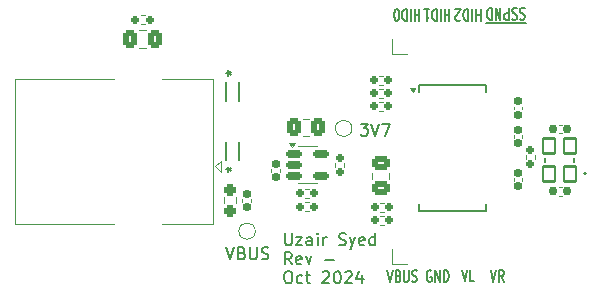
<source format=gto>
%TF.GenerationSoftware,KiCad,Pcbnew,8.0.5*%
%TF.CreationDate,2024-10-10T11:51:51-04:00*%
%TF.ProjectId,dac,6461632e-6b69-4636-9164-5f7063625858,rev?*%
%TF.SameCoordinates,Original*%
%TF.FileFunction,Legend,Top*%
%TF.FilePolarity,Positive*%
%FSLAX46Y46*%
G04 Gerber Fmt 4.6, Leading zero omitted, Abs format (unit mm)*
G04 Created by KiCad (PCBNEW 8.0.5) date 2024-10-10 11:51:51*
%MOMM*%
%LPD*%
G01*
G04 APERTURE LIST*
G04 Aperture macros list*
%AMRoundRect*
0 Rectangle with rounded corners*
0 $1 Rounding radius*
0 $2 $3 $4 $5 $6 $7 $8 $9 X,Y pos of 4 corners*
0 Add a 4 corners polygon primitive as box body*
4,1,4,$2,$3,$4,$5,$6,$7,$8,$9,$2,$3,0*
0 Add four circle primitives for the rounded corners*
1,1,$1+$1,$2,$3*
1,1,$1+$1,$4,$5*
1,1,$1+$1,$6,$7*
1,1,$1+$1,$8,$9*
0 Add four rect primitives between the rounded corners*
20,1,$1+$1,$2,$3,$4,$5,0*
20,1,$1+$1,$4,$5,$6,$7,0*
20,1,$1+$1,$6,$7,$8,$9,0*
20,1,$1+$1,$8,$9,$2,$3,0*%
G04 Aperture macros list end*
%ADD10C,0.153000*%
%ADD11C,0.120000*%
%ADD12C,0.152400*%
%ADD13C,0.150000*%
%ADD14C,0.127000*%
%ADD15C,0.200000*%
%ADD16C,1.000000*%
%ADD17RoundRect,0.160000X-0.197500X-0.160000X0.197500X-0.160000X0.197500X0.160000X-0.197500X0.160000X0*%
%ADD18R,1.700000X1.700000*%
%ADD19O,1.700000X1.700000*%
%ADD20R,0.406400X0.711200*%
%ADD21R,1.750000X0.450000*%
%ADD22RoundRect,0.160000X0.197500X0.160000X-0.197500X0.160000X-0.197500X-0.160000X0.197500X-0.160000X0*%
%ADD23RoundRect,0.250000X-0.475000X0.337500X-0.475000X-0.337500X0.475000X-0.337500X0.475000X0.337500X0*%
%ADD24C,1.700000*%
%ADD25C,3.500000*%
%ADD26RoundRect,0.155000X0.155000X-0.212500X0.155000X0.212500X-0.155000X0.212500X-0.155000X-0.212500X0*%
%ADD27RoundRect,0.155000X-0.155000X0.212500X-0.155000X-0.212500X0.155000X-0.212500X0.155000X0.212500X0*%
%ADD28RoundRect,0.102000X0.525000X0.650000X-0.525000X0.650000X-0.525000X-0.650000X0.525000X-0.650000X0*%
%ADD29RoundRect,0.160000X0.160000X-0.197500X0.160000X0.197500X-0.160000X0.197500X-0.160000X-0.197500X0*%
%ADD30RoundRect,0.160000X-0.160000X0.197500X-0.160000X-0.197500X0.160000X-0.197500X0.160000X0.197500X0*%
%ADD31RoundRect,0.250000X0.337500X0.475000X-0.337500X0.475000X-0.337500X-0.475000X0.337500X-0.475000X0*%
%ADD32RoundRect,0.155000X-0.212500X-0.155000X0.212500X-0.155000X0.212500X0.155000X-0.212500X0.155000X0*%
%ADD33RoundRect,0.250000X-0.337500X-0.475000X0.337500X-0.475000X0.337500X0.475000X-0.337500X0.475000X0*%
%ADD34RoundRect,0.155000X0.212500X0.155000X-0.212500X0.155000X-0.212500X-0.155000X0.212500X-0.155000X0*%
%ADD35RoundRect,0.237500X-0.237500X0.250000X-0.237500X-0.250000X0.237500X-0.250000X0.237500X0.250000X0*%
%ADD36RoundRect,0.150000X-0.512500X-0.150000X0.512500X-0.150000X0.512500X0.150000X-0.512500X0.150000X0*%
G04 APERTURE END LIST*
D10*
X95391914Y-85178863D02*
X96010961Y-85178863D01*
X96010961Y-85178863D02*
X95677628Y-85559815D01*
X95677628Y-85559815D02*
X95820485Y-85559815D01*
X95820485Y-85559815D02*
X95915723Y-85607434D01*
X95915723Y-85607434D02*
X95963342Y-85655053D01*
X95963342Y-85655053D02*
X96010961Y-85750291D01*
X96010961Y-85750291D02*
X96010961Y-85988386D01*
X96010961Y-85988386D02*
X95963342Y-86083624D01*
X95963342Y-86083624D02*
X95915723Y-86131244D01*
X95915723Y-86131244D02*
X95820485Y-86178863D01*
X95820485Y-86178863D02*
X95534771Y-86178863D01*
X95534771Y-86178863D02*
X95439533Y-86131244D01*
X95439533Y-86131244D02*
X95391914Y-86083624D01*
X96296676Y-85178863D02*
X96630009Y-86178863D01*
X96630009Y-86178863D02*
X96963342Y-85178863D01*
X97201438Y-85178863D02*
X97868104Y-85178863D01*
X97868104Y-85178863D02*
X97439533Y-86178863D01*
X84015895Y-95643663D02*
X84349228Y-96643663D01*
X84349228Y-96643663D02*
X84682561Y-95643663D01*
X85349228Y-96119853D02*
X85492085Y-96167472D01*
X85492085Y-96167472D02*
X85539704Y-96215091D01*
X85539704Y-96215091D02*
X85587323Y-96310329D01*
X85587323Y-96310329D02*
X85587323Y-96453186D01*
X85587323Y-96453186D02*
X85539704Y-96548424D01*
X85539704Y-96548424D02*
X85492085Y-96596044D01*
X85492085Y-96596044D02*
X85396847Y-96643663D01*
X85396847Y-96643663D02*
X85015895Y-96643663D01*
X85015895Y-96643663D02*
X85015895Y-95643663D01*
X85015895Y-95643663D02*
X85349228Y-95643663D01*
X85349228Y-95643663D02*
X85444466Y-95691282D01*
X85444466Y-95691282D02*
X85492085Y-95738901D01*
X85492085Y-95738901D02*
X85539704Y-95834139D01*
X85539704Y-95834139D02*
X85539704Y-95929377D01*
X85539704Y-95929377D02*
X85492085Y-96024615D01*
X85492085Y-96024615D02*
X85444466Y-96072234D01*
X85444466Y-96072234D02*
X85349228Y-96119853D01*
X85349228Y-96119853D02*
X85015895Y-96119853D01*
X86015895Y-95643663D02*
X86015895Y-96453186D01*
X86015895Y-96453186D02*
X86063514Y-96548424D01*
X86063514Y-96548424D02*
X86111133Y-96596044D01*
X86111133Y-96596044D02*
X86206371Y-96643663D01*
X86206371Y-96643663D02*
X86396847Y-96643663D01*
X86396847Y-96643663D02*
X86492085Y-96596044D01*
X86492085Y-96596044D02*
X86539704Y-96548424D01*
X86539704Y-96548424D02*
X86587323Y-96453186D01*
X86587323Y-96453186D02*
X86587323Y-95643663D01*
X87015895Y-96596044D02*
X87158752Y-96643663D01*
X87158752Y-96643663D02*
X87396847Y-96643663D01*
X87396847Y-96643663D02*
X87492085Y-96596044D01*
X87492085Y-96596044D02*
X87539704Y-96548424D01*
X87539704Y-96548424D02*
X87587323Y-96453186D01*
X87587323Y-96453186D02*
X87587323Y-96357948D01*
X87587323Y-96357948D02*
X87539704Y-96262710D01*
X87539704Y-96262710D02*
X87492085Y-96215091D01*
X87492085Y-96215091D02*
X87396847Y-96167472D01*
X87396847Y-96167472D02*
X87206371Y-96119853D01*
X87206371Y-96119853D02*
X87111133Y-96072234D01*
X87111133Y-96072234D02*
X87063514Y-96024615D01*
X87063514Y-96024615D02*
X87015895Y-95929377D01*
X87015895Y-95929377D02*
X87015895Y-95834139D01*
X87015895Y-95834139D02*
X87063514Y-95738901D01*
X87063514Y-95738901D02*
X87111133Y-95691282D01*
X87111133Y-95691282D02*
X87206371Y-95643663D01*
X87206371Y-95643663D02*
X87444466Y-95643663D01*
X87444466Y-95643663D02*
X87587323Y-95691282D01*
X105549076Y-75466736D02*
X105549076Y-76466736D01*
X105549076Y-75990546D02*
X105149076Y-75990546D01*
X105149076Y-75466736D02*
X105149076Y-76466736D01*
X104815743Y-75466736D02*
X104815743Y-76466736D01*
X104482410Y-75466736D02*
X104482410Y-76466736D01*
X104482410Y-76466736D02*
X104315743Y-76466736D01*
X104315743Y-76466736D02*
X104215743Y-76419117D01*
X104215743Y-76419117D02*
X104149077Y-76323879D01*
X104149077Y-76323879D02*
X104115743Y-76228641D01*
X104115743Y-76228641D02*
X104082410Y-76038165D01*
X104082410Y-76038165D02*
X104082410Y-75895308D01*
X104082410Y-75895308D02*
X104115743Y-75704832D01*
X104115743Y-75704832D02*
X104149077Y-75609594D01*
X104149077Y-75609594D02*
X104215743Y-75514356D01*
X104215743Y-75514356D02*
X104315743Y-75466736D01*
X104315743Y-75466736D02*
X104482410Y-75466736D01*
X103815743Y-76371498D02*
X103782410Y-76419117D01*
X103782410Y-76419117D02*
X103715743Y-76466736D01*
X103715743Y-76466736D02*
X103549077Y-76466736D01*
X103549077Y-76466736D02*
X103482410Y-76419117D01*
X103482410Y-76419117D02*
X103449077Y-76371498D01*
X103449077Y-76371498D02*
X103415743Y-76276260D01*
X103415743Y-76276260D02*
X103415743Y-76181022D01*
X103415743Y-76181022D02*
X103449077Y-76038165D01*
X103449077Y-76038165D02*
X103849077Y-75466736D01*
X103849077Y-75466736D02*
X103415743Y-75466736D01*
X109290809Y-75412756D02*
X109190809Y-75365136D01*
X109190809Y-75365136D02*
X109024143Y-75365136D01*
X109024143Y-75365136D02*
X108957476Y-75412756D01*
X108957476Y-75412756D02*
X108924143Y-75460375D01*
X108924143Y-75460375D02*
X108890809Y-75555613D01*
X108890809Y-75555613D02*
X108890809Y-75650851D01*
X108890809Y-75650851D02*
X108924143Y-75746089D01*
X108924143Y-75746089D02*
X108957476Y-75793708D01*
X108957476Y-75793708D02*
X109024143Y-75841327D01*
X109024143Y-75841327D02*
X109157476Y-75888946D01*
X109157476Y-75888946D02*
X109224143Y-75936565D01*
X109224143Y-75936565D02*
X109257476Y-75984184D01*
X109257476Y-75984184D02*
X109290809Y-76079422D01*
X109290809Y-76079422D02*
X109290809Y-76174660D01*
X109290809Y-76174660D02*
X109257476Y-76269898D01*
X109257476Y-76269898D02*
X109224143Y-76317517D01*
X109224143Y-76317517D02*
X109157476Y-76365136D01*
X109157476Y-76365136D02*
X108990809Y-76365136D01*
X108990809Y-76365136D02*
X108890809Y-76317517D01*
X108624142Y-75412756D02*
X108524142Y-75365136D01*
X108524142Y-75365136D02*
X108357476Y-75365136D01*
X108357476Y-75365136D02*
X108290809Y-75412756D01*
X108290809Y-75412756D02*
X108257476Y-75460375D01*
X108257476Y-75460375D02*
X108224142Y-75555613D01*
X108224142Y-75555613D02*
X108224142Y-75650851D01*
X108224142Y-75650851D02*
X108257476Y-75746089D01*
X108257476Y-75746089D02*
X108290809Y-75793708D01*
X108290809Y-75793708D02*
X108357476Y-75841327D01*
X108357476Y-75841327D02*
X108490809Y-75888946D01*
X108490809Y-75888946D02*
X108557476Y-75936565D01*
X108557476Y-75936565D02*
X108590809Y-75984184D01*
X108590809Y-75984184D02*
X108624142Y-76079422D01*
X108624142Y-76079422D02*
X108624142Y-76174660D01*
X108624142Y-76174660D02*
X108590809Y-76269898D01*
X108590809Y-76269898D02*
X108557476Y-76317517D01*
X108557476Y-76317517D02*
X108490809Y-76365136D01*
X108490809Y-76365136D02*
X108324142Y-76365136D01*
X108324142Y-76365136D02*
X108224142Y-76317517D01*
X107924142Y-75365136D02*
X107924142Y-76365136D01*
X107924142Y-76365136D02*
X107657475Y-76365136D01*
X107657475Y-76365136D02*
X107590809Y-76317517D01*
X107590809Y-76317517D02*
X107557475Y-76269898D01*
X107557475Y-76269898D02*
X107524142Y-76174660D01*
X107524142Y-76174660D02*
X107524142Y-76031803D01*
X107524142Y-76031803D02*
X107557475Y-75936565D01*
X107557475Y-75936565D02*
X107590809Y-75888946D01*
X107590809Y-75888946D02*
X107657475Y-75841327D01*
X107657475Y-75841327D02*
X107924142Y-75841327D01*
X107224142Y-75365136D02*
X107224142Y-76365136D01*
X107224142Y-76365136D02*
X106824142Y-75365136D01*
X106824142Y-75365136D02*
X106824142Y-76365136D01*
X106490809Y-75365136D02*
X106490809Y-76365136D01*
X106490809Y-76365136D02*
X106324142Y-76365136D01*
X106324142Y-76365136D02*
X106224142Y-76317517D01*
X106224142Y-76317517D02*
X106157476Y-76222279D01*
X106157476Y-76222279D02*
X106124142Y-76127041D01*
X106124142Y-76127041D02*
X106090809Y-75936565D01*
X106090809Y-75936565D02*
X106090809Y-75793708D01*
X106090809Y-75793708D02*
X106124142Y-75603232D01*
X106124142Y-75603232D02*
X106157476Y-75507994D01*
X106157476Y-75507994D02*
X106224142Y-75412756D01*
X106224142Y-75412756D02*
X106324142Y-75365136D01*
X106324142Y-75365136D02*
X106490809Y-75365136D01*
X109354143Y-76642756D02*
X106027476Y-76642756D01*
X100367476Y-75466736D02*
X100367476Y-76466736D01*
X100367476Y-75990546D02*
X99967476Y-75990546D01*
X99967476Y-75466736D02*
X99967476Y-76466736D01*
X99634143Y-75466736D02*
X99634143Y-76466736D01*
X99300810Y-75466736D02*
X99300810Y-76466736D01*
X99300810Y-76466736D02*
X99134143Y-76466736D01*
X99134143Y-76466736D02*
X99034143Y-76419117D01*
X99034143Y-76419117D02*
X98967477Y-76323879D01*
X98967477Y-76323879D02*
X98934143Y-76228641D01*
X98934143Y-76228641D02*
X98900810Y-76038165D01*
X98900810Y-76038165D02*
X98900810Y-75895308D01*
X98900810Y-75895308D02*
X98934143Y-75704832D01*
X98934143Y-75704832D02*
X98967477Y-75609594D01*
X98967477Y-75609594D02*
X99034143Y-75514356D01*
X99034143Y-75514356D02*
X99134143Y-75466736D01*
X99134143Y-75466736D02*
X99300810Y-75466736D01*
X98467477Y-76466736D02*
X98400810Y-76466736D01*
X98400810Y-76466736D02*
X98334143Y-76419117D01*
X98334143Y-76419117D02*
X98300810Y-76371498D01*
X98300810Y-76371498D02*
X98267477Y-76276260D01*
X98267477Y-76276260D02*
X98234143Y-76085784D01*
X98234143Y-76085784D02*
X98234143Y-75847689D01*
X98234143Y-75847689D02*
X98267477Y-75657213D01*
X98267477Y-75657213D02*
X98300810Y-75561975D01*
X98300810Y-75561975D02*
X98334143Y-75514356D01*
X98334143Y-75514356D02*
X98400810Y-75466736D01*
X98400810Y-75466736D02*
X98467477Y-75466736D01*
X98467477Y-75466736D02*
X98534143Y-75514356D01*
X98534143Y-75514356D02*
X98567477Y-75561975D01*
X98567477Y-75561975D02*
X98600810Y-75657213D01*
X98600810Y-75657213D02*
X98634143Y-75847689D01*
X98634143Y-75847689D02*
X98634143Y-76085784D01*
X98634143Y-76085784D02*
X98600810Y-76276260D01*
X98600810Y-76276260D02*
X98567477Y-76371498D01*
X98567477Y-76371498D02*
X98534143Y-76419117D01*
X98534143Y-76419117D02*
X98467477Y-76466736D01*
X101370390Y-97621682D02*
X101303723Y-97574063D01*
X101303723Y-97574063D02*
X101203723Y-97574063D01*
X101203723Y-97574063D02*
X101103723Y-97621682D01*
X101103723Y-97621682D02*
X101037057Y-97716920D01*
X101037057Y-97716920D02*
X101003723Y-97812158D01*
X101003723Y-97812158D02*
X100970390Y-98002634D01*
X100970390Y-98002634D02*
X100970390Y-98145491D01*
X100970390Y-98145491D02*
X101003723Y-98335967D01*
X101003723Y-98335967D02*
X101037057Y-98431205D01*
X101037057Y-98431205D02*
X101103723Y-98526444D01*
X101103723Y-98526444D02*
X101203723Y-98574063D01*
X101203723Y-98574063D02*
X101270390Y-98574063D01*
X101270390Y-98574063D02*
X101370390Y-98526444D01*
X101370390Y-98526444D02*
X101403723Y-98478824D01*
X101403723Y-98478824D02*
X101403723Y-98145491D01*
X101403723Y-98145491D02*
X101270390Y-98145491D01*
X101703723Y-98574063D02*
X101703723Y-97574063D01*
X101703723Y-97574063D02*
X102103723Y-98574063D01*
X102103723Y-98574063D02*
X102103723Y-97574063D01*
X102437056Y-98574063D02*
X102437056Y-97574063D01*
X102437056Y-97574063D02*
X102603723Y-97574063D01*
X102603723Y-97574063D02*
X102703723Y-97621682D01*
X102703723Y-97621682D02*
X102770390Y-97716920D01*
X102770390Y-97716920D02*
X102803723Y-97812158D01*
X102803723Y-97812158D02*
X102837056Y-98002634D01*
X102837056Y-98002634D02*
X102837056Y-98145491D01*
X102837056Y-98145491D02*
X102803723Y-98335967D01*
X102803723Y-98335967D02*
X102770390Y-98431205D01*
X102770390Y-98431205D02*
X102703723Y-98526444D01*
X102703723Y-98526444D02*
X102603723Y-98574063D01*
X102603723Y-98574063D02*
X102437056Y-98574063D01*
X88984752Y-94455775D02*
X88984752Y-95265298D01*
X88984752Y-95265298D02*
X89032371Y-95360536D01*
X89032371Y-95360536D02*
X89079990Y-95408156D01*
X89079990Y-95408156D02*
X89175228Y-95455775D01*
X89175228Y-95455775D02*
X89365704Y-95455775D01*
X89365704Y-95455775D02*
X89460942Y-95408156D01*
X89460942Y-95408156D02*
X89508561Y-95360536D01*
X89508561Y-95360536D02*
X89556180Y-95265298D01*
X89556180Y-95265298D02*
X89556180Y-94455775D01*
X89937133Y-94789108D02*
X90460942Y-94789108D01*
X90460942Y-94789108D02*
X89937133Y-95455775D01*
X89937133Y-95455775D02*
X90460942Y-95455775D01*
X91270466Y-95455775D02*
X91270466Y-94931965D01*
X91270466Y-94931965D02*
X91222847Y-94836727D01*
X91222847Y-94836727D02*
X91127609Y-94789108D01*
X91127609Y-94789108D02*
X90937133Y-94789108D01*
X90937133Y-94789108D02*
X90841895Y-94836727D01*
X91270466Y-95408156D02*
X91175228Y-95455775D01*
X91175228Y-95455775D02*
X90937133Y-95455775D01*
X90937133Y-95455775D02*
X90841895Y-95408156D01*
X90841895Y-95408156D02*
X90794276Y-95312917D01*
X90794276Y-95312917D02*
X90794276Y-95217679D01*
X90794276Y-95217679D02*
X90841895Y-95122441D01*
X90841895Y-95122441D02*
X90937133Y-95074822D01*
X90937133Y-95074822D02*
X91175228Y-95074822D01*
X91175228Y-95074822D02*
X91270466Y-95027203D01*
X91746657Y-95455775D02*
X91746657Y-94789108D01*
X91746657Y-94455775D02*
X91699038Y-94503394D01*
X91699038Y-94503394D02*
X91746657Y-94551013D01*
X91746657Y-94551013D02*
X91794276Y-94503394D01*
X91794276Y-94503394D02*
X91746657Y-94455775D01*
X91746657Y-94455775D02*
X91746657Y-94551013D01*
X92222847Y-95455775D02*
X92222847Y-94789108D01*
X92222847Y-94979584D02*
X92270466Y-94884346D01*
X92270466Y-94884346D02*
X92318085Y-94836727D01*
X92318085Y-94836727D02*
X92413323Y-94789108D01*
X92413323Y-94789108D02*
X92508561Y-94789108D01*
X93556181Y-95408156D02*
X93699038Y-95455775D01*
X93699038Y-95455775D02*
X93937133Y-95455775D01*
X93937133Y-95455775D02*
X94032371Y-95408156D01*
X94032371Y-95408156D02*
X94079990Y-95360536D01*
X94079990Y-95360536D02*
X94127609Y-95265298D01*
X94127609Y-95265298D02*
X94127609Y-95170060D01*
X94127609Y-95170060D02*
X94079990Y-95074822D01*
X94079990Y-95074822D02*
X94032371Y-95027203D01*
X94032371Y-95027203D02*
X93937133Y-94979584D01*
X93937133Y-94979584D02*
X93746657Y-94931965D01*
X93746657Y-94931965D02*
X93651419Y-94884346D01*
X93651419Y-94884346D02*
X93603800Y-94836727D01*
X93603800Y-94836727D02*
X93556181Y-94741489D01*
X93556181Y-94741489D02*
X93556181Y-94646251D01*
X93556181Y-94646251D02*
X93603800Y-94551013D01*
X93603800Y-94551013D02*
X93651419Y-94503394D01*
X93651419Y-94503394D02*
X93746657Y-94455775D01*
X93746657Y-94455775D02*
X93984752Y-94455775D01*
X93984752Y-94455775D02*
X94127609Y-94503394D01*
X94460943Y-94789108D02*
X94699038Y-95455775D01*
X94937133Y-94789108D02*
X94699038Y-95455775D01*
X94699038Y-95455775D02*
X94603800Y-95693870D01*
X94603800Y-95693870D02*
X94556181Y-95741489D01*
X94556181Y-95741489D02*
X94460943Y-95789108D01*
X95699038Y-95408156D02*
X95603800Y-95455775D01*
X95603800Y-95455775D02*
X95413324Y-95455775D01*
X95413324Y-95455775D02*
X95318086Y-95408156D01*
X95318086Y-95408156D02*
X95270467Y-95312917D01*
X95270467Y-95312917D02*
X95270467Y-94931965D01*
X95270467Y-94931965D02*
X95318086Y-94836727D01*
X95318086Y-94836727D02*
X95413324Y-94789108D01*
X95413324Y-94789108D02*
X95603800Y-94789108D01*
X95603800Y-94789108D02*
X95699038Y-94836727D01*
X95699038Y-94836727D02*
X95746657Y-94931965D01*
X95746657Y-94931965D02*
X95746657Y-95027203D01*
X95746657Y-95027203D02*
X95270467Y-95122441D01*
X96603800Y-95455775D02*
X96603800Y-94455775D01*
X96603800Y-95408156D02*
X96508562Y-95455775D01*
X96508562Y-95455775D02*
X96318086Y-95455775D01*
X96318086Y-95455775D02*
X96222848Y-95408156D01*
X96222848Y-95408156D02*
X96175229Y-95360536D01*
X96175229Y-95360536D02*
X96127610Y-95265298D01*
X96127610Y-95265298D02*
X96127610Y-94979584D01*
X96127610Y-94979584D02*
X96175229Y-94884346D01*
X96175229Y-94884346D02*
X96222848Y-94836727D01*
X96222848Y-94836727D02*
X96318086Y-94789108D01*
X96318086Y-94789108D02*
X96508562Y-94789108D01*
X96508562Y-94789108D02*
X96603800Y-94836727D01*
X89556180Y-97065719D02*
X89222847Y-96589528D01*
X88984752Y-97065719D02*
X88984752Y-96065719D01*
X88984752Y-96065719D02*
X89365704Y-96065719D01*
X89365704Y-96065719D02*
X89460942Y-96113338D01*
X89460942Y-96113338D02*
X89508561Y-96160957D01*
X89508561Y-96160957D02*
X89556180Y-96256195D01*
X89556180Y-96256195D02*
X89556180Y-96399052D01*
X89556180Y-96399052D02*
X89508561Y-96494290D01*
X89508561Y-96494290D02*
X89460942Y-96541909D01*
X89460942Y-96541909D02*
X89365704Y-96589528D01*
X89365704Y-96589528D02*
X88984752Y-96589528D01*
X90365704Y-97018100D02*
X90270466Y-97065719D01*
X90270466Y-97065719D02*
X90079990Y-97065719D01*
X90079990Y-97065719D02*
X89984752Y-97018100D01*
X89984752Y-97018100D02*
X89937133Y-96922861D01*
X89937133Y-96922861D02*
X89937133Y-96541909D01*
X89937133Y-96541909D02*
X89984752Y-96446671D01*
X89984752Y-96446671D02*
X90079990Y-96399052D01*
X90079990Y-96399052D02*
X90270466Y-96399052D01*
X90270466Y-96399052D02*
X90365704Y-96446671D01*
X90365704Y-96446671D02*
X90413323Y-96541909D01*
X90413323Y-96541909D02*
X90413323Y-96637147D01*
X90413323Y-96637147D02*
X89937133Y-96732385D01*
X90746657Y-96399052D02*
X90984752Y-97065719D01*
X90984752Y-97065719D02*
X91222847Y-96399052D01*
X92365705Y-96684766D02*
X93127610Y-96684766D01*
X89175228Y-97675663D02*
X89365704Y-97675663D01*
X89365704Y-97675663D02*
X89460942Y-97723282D01*
X89460942Y-97723282D02*
X89556180Y-97818520D01*
X89556180Y-97818520D02*
X89603799Y-98008996D01*
X89603799Y-98008996D02*
X89603799Y-98342329D01*
X89603799Y-98342329D02*
X89556180Y-98532805D01*
X89556180Y-98532805D02*
X89460942Y-98628044D01*
X89460942Y-98628044D02*
X89365704Y-98675663D01*
X89365704Y-98675663D02*
X89175228Y-98675663D01*
X89175228Y-98675663D02*
X89079990Y-98628044D01*
X89079990Y-98628044D02*
X88984752Y-98532805D01*
X88984752Y-98532805D02*
X88937133Y-98342329D01*
X88937133Y-98342329D02*
X88937133Y-98008996D01*
X88937133Y-98008996D02*
X88984752Y-97818520D01*
X88984752Y-97818520D02*
X89079990Y-97723282D01*
X89079990Y-97723282D02*
X89175228Y-97675663D01*
X90460942Y-98628044D02*
X90365704Y-98675663D01*
X90365704Y-98675663D02*
X90175228Y-98675663D01*
X90175228Y-98675663D02*
X90079990Y-98628044D01*
X90079990Y-98628044D02*
X90032371Y-98580424D01*
X90032371Y-98580424D02*
X89984752Y-98485186D01*
X89984752Y-98485186D02*
X89984752Y-98199472D01*
X89984752Y-98199472D02*
X90032371Y-98104234D01*
X90032371Y-98104234D02*
X90079990Y-98056615D01*
X90079990Y-98056615D02*
X90175228Y-98008996D01*
X90175228Y-98008996D02*
X90365704Y-98008996D01*
X90365704Y-98008996D02*
X90460942Y-98056615D01*
X90746657Y-98008996D02*
X91127609Y-98008996D01*
X90889514Y-97675663D02*
X90889514Y-98532805D01*
X90889514Y-98532805D02*
X90937133Y-98628044D01*
X90937133Y-98628044D02*
X91032371Y-98675663D01*
X91032371Y-98675663D02*
X91127609Y-98675663D01*
X92175229Y-97770901D02*
X92222848Y-97723282D01*
X92222848Y-97723282D02*
X92318086Y-97675663D01*
X92318086Y-97675663D02*
X92556181Y-97675663D01*
X92556181Y-97675663D02*
X92651419Y-97723282D01*
X92651419Y-97723282D02*
X92699038Y-97770901D01*
X92699038Y-97770901D02*
X92746657Y-97866139D01*
X92746657Y-97866139D02*
X92746657Y-97961377D01*
X92746657Y-97961377D02*
X92699038Y-98104234D01*
X92699038Y-98104234D02*
X92127610Y-98675663D01*
X92127610Y-98675663D02*
X92746657Y-98675663D01*
X93365705Y-97675663D02*
X93460943Y-97675663D01*
X93460943Y-97675663D02*
X93556181Y-97723282D01*
X93556181Y-97723282D02*
X93603800Y-97770901D01*
X93603800Y-97770901D02*
X93651419Y-97866139D01*
X93651419Y-97866139D02*
X93699038Y-98056615D01*
X93699038Y-98056615D02*
X93699038Y-98294710D01*
X93699038Y-98294710D02*
X93651419Y-98485186D01*
X93651419Y-98485186D02*
X93603800Y-98580424D01*
X93603800Y-98580424D02*
X93556181Y-98628044D01*
X93556181Y-98628044D02*
X93460943Y-98675663D01*
X93460943Y-98675663D02*
X93365705Y-98675663D01*
X93365705Y-98675663D02*
X93270467Y-98628044D01*
X93270467Y-98628044D02*
X93222848Y-98580424D01*
X93222848Y-98580424D02*
X93175229Y-98485186D01*
X93175229Y-98485186D02*
X93127610Y-98294710D01*
X93127610Y-98294710D02*
X93127610Y-98056615D01*
X93127610Y-98056615D02*
X93175229Y-97866139D01*
X93175229Y-97866139D02*
X93222848Y-97770901D01*
X93222848Y-97770901D02*
X93270467Y-97723282D01*
X93270467Y-97723282D02*
X93365705Y-97675663D01*
X94079991Y-97770901D02*
X94127610Y-97723282D01*
X94127610Y-97723282D02*
X94222848Y-97675663D01*
X94222848Y-97675663D02*
X94460943Y-97675663D01*
X94460943Y-97675663D02*
X94556181Y-97723282D01*
X94556181Y-97723282D02*
X94603800Y-97770901D01*
X94603800Y-97770901D02*
X94651419Y-97866139D01*
X94651419Y-97866139D02*
X94651419Y-97961377D01*
X94651419Y-97961377D02*
X94603800Y-98104234D01*
X94603800Y-98104234D02*
X94032372Y-98675663D01*
X94032372Y-98675663D02*
X94651419Y-98675663D01*
X95508562Y-98008996D02*
X95508562Y-98675663D01*
X95270467Y-97628044D02*
X95032372Y-98342329D01*
X95032372Y-98342329D02*
X95651419Y-98342329D01*
X103951723Y-97523263D02*
X104185057Y-98523263D01*
X104185057Y-98523263D02*
X104418390Y-97523263D01*
X104985057Y-98523263D02*
X104651723Y-98523263D01*
X104651723Y-98523263D02*
X104651723Y-97523263D01*
X102907476Y-75466736D02*
X102907476Y-76466736D01*
X102907476Y-75990546D02*
X102507476Y-75990546D01*
X102507476Y-75466736D02*
X102507476Y-76466736D01*
X102174143Y-75466736D02*
X102174143Y-76466736D01*
X101840810Y-75466736D02*
X101840810Y-76466736D01*
X101840810Y-76466736D02*
X101674143Y-76466736D01*
X101674143Y-76466736D02*
X101574143Y-76419117D01*
X101574143Y-76419117D02*
X101507477Y-76323879D01*
X101507477Y-76323879D02*
X101474143Y-76228641D01*
X101474143Y-76228641D02*
X101440810Y-76038165D01*
X101440810Y-76038165D02*
X101440810Y-75895308D01*
X101440810Y-75895308D02*
X101474143Y-75704832D01*
X101474143Y-75704832D02*
X101507477Y-75609594D01*
X101507477Y-75609594D02*
X101574143Y-75514356D01*
X101574143Y-75514356D02*
X101674143Y-75466736D01*
X101674143Y-75466736D02*
X101840810Y-75466736D01*
X100774143Y-75466736D02*
X101174143Y-75466736D01*
X100974143Y-75466736D02*
X100974143Y-76466736D01*
X100974143Y-76466736D02*
X101040810Y-76323879D01*
X101040810Y-76323879D02*
X101107477Y-76228641D01*
X101107477Y-76228641D02*
X101174143Y-76181022D01*
X106390123Y-97574063D02*
X106623457Y-98574063D01*
X106623457Y-98574063D02*
X106856790Y-97574063D01*
X107490123Y-98574063D02*
X107256790Y-98097872D01*
X107090123Y-98574063D02*
X107090123Y-97574063D01*
X107090123Y-97574063D02*
X107356790Y-97574063D01*
X107356790Y-97574063D02*
X107423457Y-97621682D01*
X107423457Y-97621682D02*
X107456790Y-97669301D01*
X107456790Y-97669301D02*
X107490123Y-97764539D01*
X107490123Y-97764539D02*
X107490123Y-97907396D01*
X107490123Y-97907396D02*
X107456790Y-98002634D01*
X107456790Y-98002634D02*
X107423457Y-98050253D01*
X107423457Y-98050253D02*
X107356790Y-98097872D01*
X107356790Y-98097872D02*
X107090123Y-98097872D01*
X97652523Y-97574063D02*
X97885857Y-98574063D01*
X97885857Y-98574063D02*
X98119190Y-97574063D01*
X98585857Y-98050253D02*
X98685857Y-98097872D01*
X98685857Y-98097872D02*
X98719190Y-98145491D01*
X98719190Y-98145491D02*
X98752523Y-98240729D01*
X98752523Y-98240729D02*
X98752523Y-98383586D01*
X98752523Y-98383586D02*
X98719190Y-98478824D01*
X98719190Y-98478824D02*
X98685857Y-98526444D01*
X98685857Y-98526444D02*
X98619190Y-98574063D01*
X98619190Y-98574063D02*
X98352523Y-98574063D01*
X98352523Y-98574063D02*
X98352523Y-97574063D01*
X98352523Y-97574063D02*
X98585857Y-97574063D01*
X98585857Y-97574063D02*
X98652523Y-97621682D01*
X98652523Y-97621682D02*
X98685857Y-97669301D01*
X98685857Y-97669301D02*
X98719190Y-97764539D01*
X98719190Y-97764539D02*
X98719190Y-97859777D01*
X98719190Y-97859777D02*
X98685857Y-97955015D01*
X98685857Y-97955015D02*
X98652523Y-98002634D01*
X98652523Y-98002634D02*
X98585857Y-98050253D01*
X98585857Y-98050253D02*
X98352523Y-98050253D01*
X99052523Y-97574063D02*
X99052523Y-98383586D01*
X99052523Y-98383586D02*
X99085857Y-98478824D01*
X99085857Y-98478824D02*
X99119190Y-98526444D01*
X99119190Y-98526444D02*
X99185857Y-98574063D01*
X99185857Y-98574063D02*
X99319190Y-98574063D01*
X99319190Y-98574063D02*
X99385857Y-98526444D01*
X99385857Y-98526444D02*
X99419190Y-98478824D01*
X99419190Y-98478824D02*
X99452523Y-98383586D01*
X99452523Y-98383586D02*
X99452523Y-97574063D01*
X99752523Y-98526444D02*
X99852523Y-98574063D01*
X99852523Y-98574063D02*
X100019190Y-98574063D01*
X100019190Y-98574063D02*
X100085856Y-98526444D01*
X100085856Y-98526444D02*
X100119190Y-98478824D01*
X100119190Y-98478824D02*
X100152523Y-98383586D01*
X100152523Y-98383586D02*
X100152523Y-98288348D01*
X100152523Y-98288348D02*
X100119190Y-98193110D01*
X100119190Y-98193110D02*
X100085856Y-98145491D01*
X100085856Y-98145491D02*
X100019190Y-98097872D01*
X100019190Y-98097872D02*
X99885856Y-98050253D01*
X99885856Y-98050253D02*
X99819190Y-98002634D01*
X99819190Y-98002634D02*
X99785856Y-97955015D01*
X99785856Y-97955015D02*
X99752523Y-97859777D01*
X99752523Y-97859777D02*
X99752523Y-97764539D01*
X99752523Y-97764539D02*
X99785856Y-97669301D01*
X99785856Y-97669301D02*
X99819190Y-97621682D01*
X99819190Y-97621682D02*
X99885856Y-97574063D01*
X99885856Y-97574063D02*
X100052523Y-97574063D01*
X100052523Y-97574063D02*
X100152523Y-97621682D01*
X83977963Y-89036799D02*
X84216058Y-89036799D01*
X84120820Y-89274894D02*
X84216058Y-89036799D01*
X84216058Y-89036799D02*
X84120820Y-88798704D01*
X84406534Y-89179656D02*
X84216058Y-89036799D01*
X84216058Y-89036799D02*
X84406534Y-88893942D01*
X83978063Y-80903199D02*
X84216158Y-80903199D01*
X84120920Y-81141294D02*
X84216158Y-80903199D01*
X84216158Y-80903199D02*
X84120920Y-80665104D01*
X84406634Y-81046056D02*
X84216158Y-80903199D01*
X84216158Y-80903199D02*
X84406634Y-80760342D01*
D11*
%TO.C,TP2*%
X86475000Y-94275000D02*
G75*
G02*
X85075000Y-94275000I-700000J0D01*
G01*
X85075000Y-94275000D02*
G75*
G02*
X86475000Y-94275000I700000J0D01*
G01*
%TO.C,R2*%
X96967379Y-83325000D02*
X97302621Y-83325000D01*
X96967379Y-84085000D02*
X97302621Y-84085000D01*
%TO.C,J2*%
X98015000Y-97075000D02*
X98015000Y-95745000D01*
X99345000Y-97075000D02*
X98015000Y-97075000D01*
D12*
%TO.C,D1*%
X83977200Y-86725400D02*
X83977200Y-88274800D01*
X85069400Y-88274800D02*
X85069400Y-86725400D01*
D11*
%TO.C,R1*%
X96967379Y-82235000D02*
X97302621Y-82235000D01*
X96967379Y-82995000D02*
X97302621Y-82995000D01*
D13*
%TO.C,U1*%
X100290000Y-81920000D02*
X100290000Y-82495000D01*
X100290000Y-81920000D02*
X106040000Y-81920000D01*
X100290000Y-91995000D02*
X100290000Y-92570000D01*
X100290000Y-92570000D02*
X106040000Y-92570000D01*
X106040000Y-81920000D02*
X106040000Y-82495000D01*
X106040000Y-91995000D02*
X106040000Y-92570000D01*
D11*
X99790000Y-82495000D02*
X99550000Y-82165000D01*
X100030000Y-82165000D01*
X99790000Y-82495000D01*
G36*
X99790000Y-82495000D02*
G01*
X99550000Y-82165000D01*
X100030000Y-82165000D01*
X99790000Y-82495000D01*
G37*
%TO.C,R3*%
X97335621Y-91861000D02*
X97000379Y-91861000D01*
X97335621Y-92621000D02*
X97000379Y-92621000D01*
%TO.C,R7*%
X76757379Y-75985000D02*
X77092621Y-75985000D01*
X76757379Y-76745000D02*
X77092621Y-76745000D01*
%TO.C,C6*%
X96360000Y-89318748D02*
X96360000Y-89841252D01*
X97830000Y-89318748D02*
X97830000Y-89841252D01*
%TO.C,J1*%
X66130000Y-81385000D02*
X74490000Y-81385000D01*
X66130000Y-93705000D02*
X66130000Y-81385000D01*
X74490000Y-93705000D02*
X66130000Y-93705000D01*
X78590000Y-93705000D02*
X82850000Y-93705000D01*
X82850000Y-81385000D02*
X78590000Y-81385000D01*
X82850000Y-93705000D02*
X82850000Y-81385000D01*
X83070000Y-88795000D02*
X83570000Y-89295000D01*
X83570000Y-88295000D02*
X83070000Y-88795000D01*
X83570000Y-89295000D02*
X83570000Y-88295000D01*
%TO.C,C11*%
X85375000Y-91780835D02*
X85375000Y-91549165D01*
X86095000Y-91780835D02*
X86095000Y-91549165D01*
%TO.C,C3*%
X108345000Y-89789165D02*
X108345000Y-90020835D01*
X109065000Y-89789165D02*
X109065000Y-90020835D01*
D14*
%TO.C,Y1*%
X110990000Y-88435000D02*
X110990000Y-88075000D01*
X113490000Y-88435000D02*
X113490000Y-88075000D01*
D15*
X114490000Y-89405000D02*
G75*
G02*
X114290000Y-89405000I-100000J0D01*
G01*
X114290000Y-89405000D02*
G75*
G02*
X114490000Y-89405000I100000J0D01*
G01*
D12*
%TO.C,D2*%
X83977300Y-81665200D02*
X83977300Y-83214600D01*
X85069500Y-83214600D02*
X85069500Y-81665200D01*
D11*
%TO.C,R5*%
X109365000Y-88162621D02*
X109365000Y-87827379D01*
X110125000Y-88162621D02*
X110125000Y-87827379D01*
%TO.C,R10*%
X93225000Y-88517379D02*
X93225000Y-88852621D01*
X93985000Y-88517379D02*
X93985000Y-88852621D01*
%TO.C,C12*%
X91026252Y-84740000D02*
X90503748Y-84740000D01*
X91026252Y-86210000D02*
X90503748Y-86210000D01*
%TO.C,C5*%
X108340000Y-83719165D02*
X108340000Y-83950835D01*
X109060000Y-83719165D02*
X109060000Y-83950835D01*
%TO.C,C13*%
X87825000Y-89240835D02*
X87825000Y-89009165D01*
X88545000Y-89240835D02*
X88545000Y-89009165D01*
%TO.C,C9*%
X112169165Y-85275000D02*
X112400835Y-85275000D01*
X112169165Y-85995000D02*
X112400835Y-85995000D01*
%TO.C,R9*%
X91052621Y-91845000D02*
X90717379Y-91845000D01*
X91052621Y-92605000D02*
X90717379Y-92605000D01*
%TO.C,C4*%
X108345000Y-86163165D02*
X108345000Y-86394835D01*
X109065000Y-86163165D02*
X109065000Y-86394835D01*
%TO.C,C10*%
X76663748Y-77260000D02*
X77186252Y-77260000D01*
X76663748Y-78730000D02*
X77186252Y-78730000D01*
%TO.C,R11*%
X91052621Y-90665000D02*
X90717379Y-90665000D01*
X91052621Y-91425000D02*
X90717379Y-91425000D01*
%TO.C,TP1*%
X94655000Y-85575000D02*
G75*
G02*
X93255000Y-85575000I-700000J0D01*
G01*
X93255000Y-85575000D02*
G75*
G02*
X94655000Y-85575000I700000J0D01*
G01*
%TO.C,R4*%
X97335621Y-92971000D02*
X97000379Y-92971000D01*
X97335621Y-93731000D02*
X97000379Y-93731000D01*
%TO.C,J3*%
X98015000Y-79295000D02*
X98015000Y-77965000D01*
X99345000Y-79295000D02*
X98015000Y-79295000D01*
%TO.C,R6*%
X97302621Y-81115000D02*
X96967379Y-81115000D01*
X97302621Y-81875000D02*
X96967379Y-81875000D01*
%TO.C,C8*%
X112400835Y-90535000D02*
X112169165Y-90535000D01*
X112400835Y-91255000D02*
X112169165Y-91255000D01*
%TO.C,R8*%
X83782500Y-91410276D02*
X83782500Y-91919724D01*
X84827500Y-91410276D02*
X84827500Y-91919724D01*
%TO.C,U2*%
X90855000Y-87090000D02*
X90055000Y-87090000D01*
X90855000Y-87090000D02*
X91655000Y-87090000D01*
X90855000Y-90210000D02*
X90055000Y-90210000D01*
X90855000Y-90210000D02*
X91655000Y-90210000D01*
X89555000Y-87140000D02*
X89315000Y-86810000D01*
X89795000Y-86810000D01*
X89555000Y-87140000D01*
G36*
X89555000Y-87140000D02*
G01*
X89315000Y-86810000D01*
X89795000Y-86810000D01*
X89555000Y-87140000D01*
G37*
%TD*%
%LPC*%
D16*
%TO.C,TP2*%
X85775000Y-94275000D03*
%TD*%
D17*
%TO.C,R2*%
X96537500Y-83705000D03*
X97732500Y-83705000D03*
%TD*%
D18*
%TO.C,J2*%
X99345000Y-95745000D03*
D19*
X101885000Y-95745000D03*
X104425000Y-95745000D03*
X106965000Y-95745000D03*
%TD*%
D20*
%TO.C,D1*%
X84523300Y-88300200D03*
X84523300Y-86700000D03*
%TD*%
D17*
%TO.C,R1*%
X96537500Y-82615000D03*
X97732500Y-82615000D03*
%TD*%
D21*
%TO.C,U1*%
X99565000Y-83020000D03*
X99565000Y-83670000D03*
X99565000Y-84320000D03*
X99565000Y-84970000D03*
X99565000Y-85620000D03*
X99565000Y-86270000D03*
X99565000Y-86920000D03*
X99565000Y-87570000D03*
X99565000Y-88220000D03*
X99565000Y-88870000D03*
X99565000Y-89520000D03*
X99565000Y-90170000D03*
X99565000Y-90820000D03*
X99565000Y-91470000D03*
X106765000Y-91470000D03*
X106765000Y-90820000D03*
X106765000Y-90170000D03*
X106765000Y-89520000D03*
X106765000Y-88870000D03*
X106765000Y-88220000D03*
X106765000Y-87570000D03*
X106765000Y-86920000D03*
X106765000Y-86270000D03*
X106765000Y-85620000D03*
X106765000Y-84970000D03*
X106765000Y-84320000D03*
X106765000Y-83670000D03*
X106765000Y-83020000D03*
%TD*%
D22*
%TO.C,R3*%
X97765500Y-92241000D03*
X96570500Y-92241000D03*
%TD*%
D17*
%TO.C,R7*%
X76327500Y-76365000D03*
X77522500Y-76365000D03*
%TD*%
D23*
%TO.C,C6*%
X97095000Y-88542500D03*
X97095000Y-90617500D03*
%TD*%
D18*
%TO.C,J1*%
X81250000Y-88795000D03*
D24*
X81250000Y-86295000D03*
X79250000Y-86295000D03*
X79250000Y-88795000D03*
D25*
X76540000Y-93565000D03*
X76540000Y-81525000D03*
%TD*%
D26*
%TO.C,C11*%
X85735000Y-92232500D03*
X85735000Y-91097500D03*
%TD*%
D27*
%TO.C,C3*%
X108705000Y-89337500D03*
X108705000Y-90472500D03*
%TD*%
D28*
%TO.C,Y1*%
X113115000Y-89405000D03*
X113115000Y-87105000D03*
X111365000Y-87105000D03*
X111365000Y-89405000D03*
%TD*%
D20*
%TO.C,D2*%
X84523400Y-81639800D03*
X84523400Y-83240000D03*
%TD*%
D29*
%TO.C,R5*%
X109745000Y-88592500D03*
X109745000Y-87397500D03*
%TD*%
D30*
%TO.C,R10*%
X93605000Y-88087500D03*
X93605000Y-89282500D03*
%TD*%
D31*
%TO.C,C12*%
X91802500Y-85475000D03*
X89727500Y-85475000D03*
%TD*%
D27*
%TO.C,C5*%
X108700000Y-83267500D03*
X108700000Y-84402500D03*
%TD*%
D26*
%TO.C,C13*%
X88185000Y-89692500D03*
X88185000Y-88557500D03*
%TD*%
D32*
%TO.C,C9*%
X111717500Y-85635000D03*
X112852500Y-85635000D03*
%TD*%
D22*
%TO.C,R9*%
X91482500Y-92225000D03*
X90287500Y-92225000D03*
%TD*%
D27*
%TO.C,C4*%
X108705000Y-85711500D03*
X108705000Y-86846500D03*
%TD*%
D33*
%TO.C,C10*%
X75887500Y-77995000D03*
X77962500Y-77995000D03*
%TD*%
D22*
%TO.C,R11*%
X91482500Y-91045000D03*
X90287500Y-91045000D03*
%TD*%
D16*
%TO.C,TP1*%
X93955000Y-85575000D03*
%TD*%
D22*
%TO.C,R4*%
X97765500Y-93351000D03*
X96570500Y-93351000D03*
%TD*%
D18*
%TO.C,J3*%
X99345000Y-77965000D03*
D19*
X101885000Y-77965000D03*
X104425000Y-77965000D03*
X106965000Y-77965000D03*
%TD*%
D22*
%TO.C,R6*%
X97732500Y-81495000D03*
X96537500Y-81495000D03*
%TD*%
D34*
%TO.C,C8*%
X112852500Y-90895000D03*
X111717500Y-90895000D03*
%TD*%
D35*
%TO.C,R8*%
X84305000Y-90752500D03*
X84305000Y-92577500D03*
%TD*%
D36*
%TO.C,U2*%
X89717500Y-87700000D03*
X89717500Y-88650000D03*
X89717500Y-89600000D03*
X91992500Y-89600000D03*
X91992500Y-87700000D03*
%TD*%
%LPD*%
M02*

</source>
